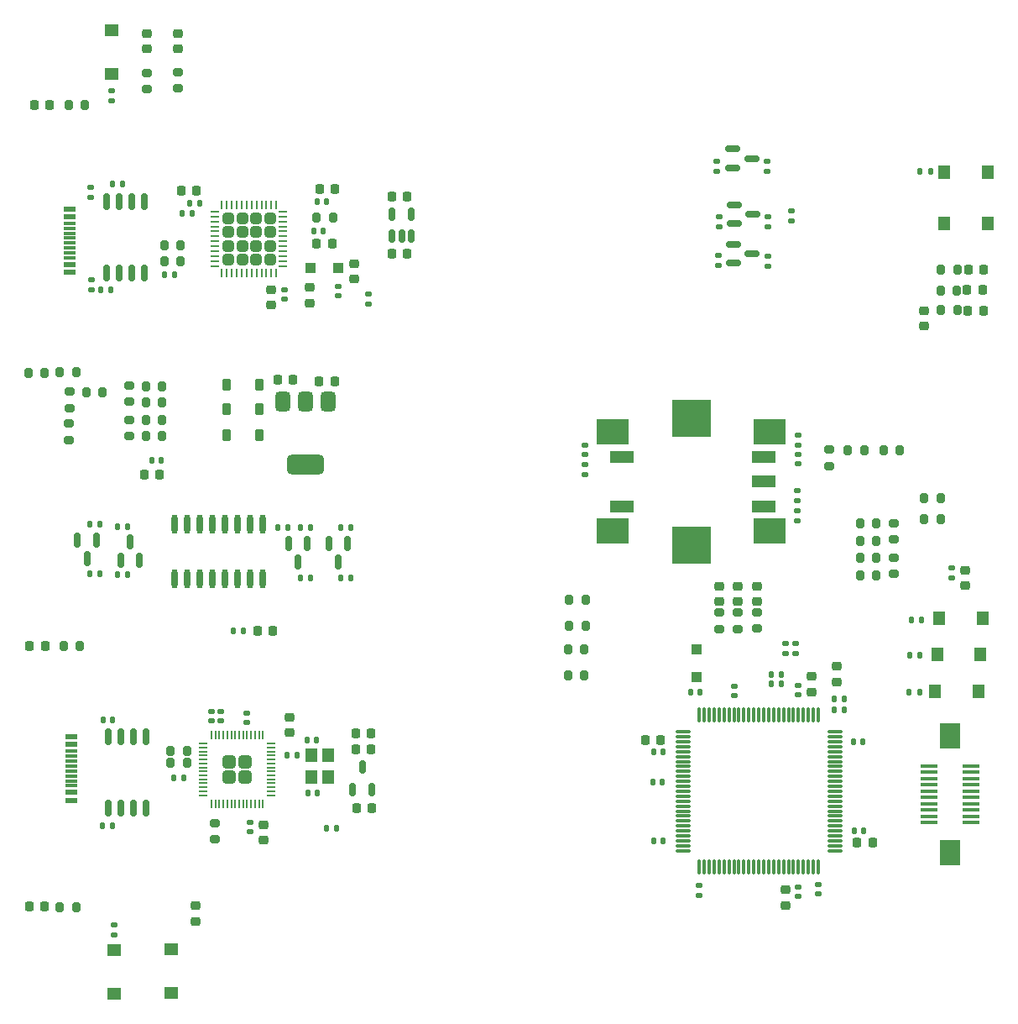
<source format=gbr>
%TF.GenerationSoftware,KiCad,Pcbnew,9.0.0*%
%TF.CreationDate,2025-06-09T15:05:36+02:00*%
%TF.ProjectId,stm32-fpga-bootloader,73746d33-322d-4667-9067-612d626f6f74,rev?*%
%TF.SameCoordinates,Original*%
%TF.FileFunction,Paste,Top*%
%TF.FilePolarity,Positive*%
%FSLAX46Y46*%
G04 Gerber Fmt 4.6, Leading zero omitted, Abs format (unit mm)*
G04 Created by KiCad (PCBNEW 9.0.0) date 2025-06-09 15:05:36*
%MOMM*%
%LPD*%
G01*
G04 APERTURE LIST*
G04 Aperture macros list*
%AMRoundRect*
0 Rectangle with rounded corners*
0 $1 Rounding radius*
0 $2 $3 $4 $5 $6 $7 $8 $9 X,Y pos of 4 corners*
0 Add a 4 corners polygon primitive as box body*
4,1,4,$2,$3,$4,$5,$6,$7,$8,$9,$2,$3,0*
0 Add four circle primitives for the rounded corners*
1,1,$1+$1,$2,$3*
1,1,$1+$1,$4,$5*
1,1,$1+$1,$6,$7*
1,1,$1+$1,$8,$9*
0 Add four rect primitives between the rounded corners*
20,1,$1+$1,$2,$3,$4,$5,0*
20,1,$1+$1,$4,$5,$6,$7,0*
20,1,$1+$1,$6,$7,$8,$9,0*
20,1,$1+$1,$8,$9,$2,$3,0*%
G04 Aperture macros list end*
%ADD10RoundRect,0.200000X0.275000X-0.200000X0.275000X0.200000X-0.275000X0.200000X-0.275000X-0.200000X0*%
%ADD11RoundRect,0.200000X-0.200000X-0.275000X0.200000X-0.275000X0.200000X0.275000X-0.200000X0.275000X0*%
%ADD12RoundRect,0.200000X0.200000X0.275000X-0.200000X0.275000X-0.200000X-0.275000X0.200000X-0.275000X0*%
%ADD13RoundRect,0.200000X-0.275000X0.200000X-0.275000X-0.200000X0.275000X-0.200000X0.275000X0.200000X0*%
%ADD14RoundRect,0.135000X-0.185000X0.135000X-0.185000X-0.135000X0.185000X-0.135000X0.185000X0.135000X0*%
%ADD15RoundRect,0.075000X-0.662500X-0.075000X0.662500X-0.075000X0.662500X0.075000X-0.662500X0.075000X0*%
%ADD16RoundRect,0.075000X-0.075000X-0.662500X0.075000X-0.662500X0.075000X0.662500X-0.075000X0.662500X0*%
%ADD17RoundRect,0.140000X0.170000X-0.140000X0.170000X0.140000X-0.170000X0.140000X-0.170000X-0.140000X0*%
%ADD18R,1.360000X1.230000*%
%ADD19RoundRect,0.135000X-0.135000X-0.185000X0.135000X-0.185000X0.135000X0.185000X-0.135000X0.185000X0*%
%ADD20RoundRect,0.250000X0.300000X-0.300000X0.300000X0.300000X-0.300000X0.300000X-0.300000X-0.300000X0*%
%ADD21R,1.230000X1.360000*%
%ADD22RoundRect,0.140000X-0.140000X-0.170000X0.140000X-0.170000X0.140000X0.170000X-0.140000X0.170000X0*%
%ADD23RoundRect,0.135000X0.135000X0.185000X-0.135000X0.185000X-0.135000X-0.185000X0.135000X-0.185000X0*%
%ADD24RoundRect,0.135000X0.185000X-0.135000X0.185000X0.135000X-0.185000X0.135000X-0.185000X-0.135000X0*%
%ADD25RoundRect,0.218750X-0.256250X0.218750X-0.256250X-0.218750X0.256250X-0.218750X0.256250X0.218750X0*%
%ADD26RoundRect,0.225000X-0.250000X0.225000X-0.250000X-0.225000X0.250000X-0.225000X0.250000X0.225000X0*%
%ADD27RoundRect,0.218750X0.218750X0.256250X-0.218750X0.256250X-0.218750X-0.256250X0.218750X-0.256250X0*%
%ADD28RoundRect,0.150000X-0.587500X-0.150000X0.587500X-0.150000X0.587500X0.150000X-0.587500X0.150000X0*%
%ADD29R,3.200000X2.500000*%
%ADD30R,4.000000X3.750000*%
%ADD31R,2.400000X1.300000*%
%ADD32RoundRect,0.140000X0.140000X0.170000X-0.140000X0.170000X-0.140000X-0.170000X0.140000X-0.170000X0*%
%ADD33RoundRect,0.225000X0.225000X0.250000X-0.225000X0.250000X-0.225000X-0.250000X0.225000X-0.250000X0*%
%ADD34RoundRect,0.140000X-0.170000X0.140000X-0.170000X-0.140000X0.170000X-0.140000X0.170000X0.140000X0*%
%ADD35RoundRect,0.150000X0.150000X-0.512500X0.150000X0.512500X-0.150000X0.512500X-0.150000X-0.512500X0*%
%ADD36RoundRect,0.218750X-0.218750X-0.256250X0.218750X-0.256250X0.218750X0.256250X-0.218750X0.256250X0*%
%ADD37RoundRect,0.225000X0.225000X0.375000X-0.225000X0.375000X-0.225000X-0.375000X0.225000X-0.375000X0*%
%ADD38RoundRect,0.250000X-0.300000X-0.300000X0.300000X-0.300000X0.300000X0.300000X-0.300000X0.300000X0*%
%ADD39RoundRect,0.225000X0.250000X-0.225000X0.250000X0.225000X-0.250000X0.225000X-0.250000X-0.225000X0*%
%ADD40RoundRect,0.249999X0.395001X-0.395001X0.395001X0.395001X-0.395001X0.395001X-0.395001X-0.395001X0*%
%ADD41RoundRect,0.050000X0.050000X-0.387500X0.050000X0.387500X-0.050000X0.387500X-0.050000X-0.387500X0*%
%ADD42RoundRect,0.050000X0.387500X-0.050000X0.387500X0.050000X-0.387500X0.050000X-0.387500X-0.050000X0*%
%ADD43R,1.240000X0.600000*%
%ADD44R,1.240000X0.300000*%
%ADD45RoundRect,0.225000X-0.225000X-0.250000X0.225000X-0.250000X0.225000X0.250000X-0.225000X0.250000X0*%
%ADD46R,1.200000X1.400000*%
%ADD47RoundRect,0.250000X-0.315000X-0.315000X0.315000X-0.315000X0.315000X0.315000X-0.315000X0.315000X0*%
%ADD48RoundRect,0.062500X-0.375000X-0.062500X0.375000X-0.062500X0.375000X0.062500X-0.375000X0.062500X0*%
%ADD49RoundRect,0.062500X-0.062500X-0.375000X0.062500X-0.375000X0.062500X0.375000X-0.062500X0.375000X0*%
%ADD50R,1.800000X0.350000*%
%ADD51R,2.000000X2.500000*%
%ADD52RoundRect,0.162500X0.162500X-0.650000X0.162500X0.650000X-0.162500X0.650000X-0.162500X-0.650000X0*%
%ADD53RoundRect,0.150000X-0.150000X0.587500X-0.150000X-0.587500X0.150000X-0.587500X0.150000X0.587500X0*%
%ADD54RoundRect,0.218750X0.256250X-0.218750X0.256250X0.218750X-0.256250X0.218750X-0.256250X-0.218750X0*%
%ADD55RoundRect,0.150000X0.150000X-0.587500X0.150000X0.587500X-0.150000X0.587500X-0.150000X-0.587500X0*%
%ADD56RoundRect,0.375000X-0.375000X0.625000X-0.375000X-0.625000X0.375000X-0.625000X0.375000X0.625000X0*%
%ADD57RoundRect,0.500000X-1.400000X0.500000X-1.400000X-0.500000X1.400000X-0.500000X1.400000X0.500000X0*%
%ADD58O,0.600000X1.970000*%
G04 APERTURE END LIST*
D10*
%TO.C,R86*%
X189105000Y-91800000D03*
X189105000Y-90150000D03*
%TD*%
D11*
%TO.C,R45*%
X144680000Y-50385000D03*
X146330000Y-50385000D03*
%TD*%
D10*
%TO.C,R41*%
X127605000Y-37410000D03*
X127605000Y-35760000D03*
%TD*%
%TO.C,R40*%
X130705000Y-37360000D03*
X130705000Y-35710000D03*
%TD*%
D12*
%TO.C,R39*%
X121330000Y-38985000D03*
X119680000Y-38985000D03*
%TD*%
D11*
%TO.C,R22*%
X129330000Y-54785000D03*
X130980000Y-54785000D03*
%TD*%
%TO.C,R21*%
X129330000Y-53185000D03*
X130980000Y-53185000D03*
%TD*%
D10*
%TO.C,R15*%
X185305000Y-91810000D03*
X185305000Y-90160000D03*
%TD*%
%TO.C,R14*%
X187205000Y-91810000D03*
X187205000Y-90160000D03*
%TD*%
D13*
%TO.C,R13*%
X134405000Y-111370000D03*
X134405000Y-113020000D03*
%TD*%
D11*
%TO.C,R11*%
X207680000Y-59705000D03*
X209330000Y-59705000D03*
%TD*%
%TO.C,R8*%
X207632500Y-57705000D03*
X209282500Y-57705000D03*
%TD*%
%TO.C,R7*%
X207692500Y-55585000D03*
X209342500Y-55585000D03*
%TD*%
D12*
%TO.C,R6*%
X120817500Y-93585000D03*
X119167500Y-93585000D03*
%TD*%
%TO.C,R5*%
X120427500Y-119885000D03*
X118777500Y-119885000D03*
%TD*%
D11*
%TO.C,R2*%
X129980000Y-105285000D03*
X131630000Y-105285000D03*
%TD*%
%TO.C,R1*%
X129980000Y-104085000D03*
X131630000Y-104085000D03*
%TD*%
D14*
%TO.C,R48*%
X185205000Y-54210000D03*
X185205000Y-55230000D03*
%TD*%
D15*
%TO.C,U9*%
X181642500Y-102185000D03*
X181642500Y-102685000D03*
X181642500Y-103185000D03*
X181642500Y-103685000D03*
X181642500Y-104185000D03*
X181642500Y-104685000D03*
X181642500Y-105185000D03*
X181642500Y-105685000D03*
X181642500Y-106185000D03*
X181642500Y-106685000D03*
X181642500Y-107185000D03*
X181642500Y-107685000D03*
X181642500Y-108185000D03*
X181642500Y-108685000D03*
X181642500Y-109185000D03*
X181642500Y-109685000D03*
X181642500Y-110185000D03*
X181642500Y-110685000D03*
X181642500Y-111185000D03*
X181642500Y-111685000D03*
X181642500Y-112185000D03*
X181642500Y-112685000D03*
X181642500Y-113185000D03*
X181642500Y-113685000D03*
X181642500Y-114185000D03*
D16*
X183305000Y-115847500D03*
X183805000Y-115847500D03*
X184305000Y-115847500D03*
X184805000Y-115847500D03*
X185305000Y-115847500D03*
X185805000Y-115847500D03*
X186305000Y-115847500D03*
X186805000Y-115847500D03*
X187305000Y-115847500D03*
X187805000Y-115847500D03*
X188305000Y-115847500D03*
X188805000Y-115847500D03*
X189305000Y-115847500D03*
X189805000Y-115847500D03*
X190305000Y-115847500D03*
X190805000Y-115847500D03*
X191305000Y-115847500D03*
X191805000Y-115847500D03*
X192305000Y-115847500D03*
X192805000Y-115847500D03*
X193305000Y-115847500D03*
X193805000Y-115847500D03*
X194305000Y-115847500D03*
X194805000Y-115847500D03*
X195305000Y-115847500D03*
D15*
X196967500Y-114185000D03*
X196967500Y-113685000D03*
X196967500Y-113185000D03*
X196967500Y-112685000D03*
X196967500Y-112185000D03*
X196967500Y-111685000D03*
X196967500Y-111185000D03*
X196967500Y-110685000D03*
X196967500Y-110185000D03*
X196967500Y-109685000D03*
X196967500Y-109185000D03*
X196967500Y-108685000D03*
X196967500Y-108185000D03*
X196967500Y-107685000D03*
X196967500Y-107185000D03*
X196967500Y-106685000D03*
X196967500Y-106185000D03*
X196967500Y-105685000D03*
X196967500Y-105185000D03*
X196967500Y-104685000D03*
X196967500Y-104185000D03*
X196967500Y-103685000D03*
X196967500Y-103185000D03*
X196967500Y-102685000D03*
X196967500Y-102185000D03*
D16*
X195305000Y-100522500D03*
X194805000Y-100522500D03*
X194305000Y-100522500D03*
X193805000Y-100522500D03*
X193305000Y-100522500D03*
X192805000Y-100522500D03*
X192305000Y-100522500D03*
X191805000Y-100522500D03*
X191305000Y-100522500D03*
X190805000Y-100522500D03*
X190305000Y-100522500D03*
X189805000Y-100522500D03*
X189305000Y-100522500D03*
X188805000Y-100522500D03*
X188305000Y-100522500D03*
X187805000Y-100522500D03*
X187305000Y-100522500D03*
X186805000Y-100522500D03*
X186305000Y-100522500D03*
X185805000Y-100522500D03*
X185305000Y-100522500D03*
X184805000Y-100522500D03*
X184305000Y-100522500D03*
X183805000Y-100522500D03*
X183305000Y-100522500D03*
%TD*%
D17*
%TO.C,C46*%
X135055000Y-101065000D03*
X135055000Y-100105000D03*
%TD*%
D18*
%TO.C,SW1*%
X130005000Y-124100000D03*
X130005000Y-128470000D03*
%TD*%
D19*
%TO.C,R20*%
X129345000Y-56085000D03*
X130365000Y-56085000D03*
%TD*%
D20*
%TO.C,D10*%
X183005000Y-96685000D03*
X183005000Y-93885000D03*
%TD*%
D21*
%TO.C,SW6*%
X211890000Y-90785000D03*
X207520000Y-90785000D03*
%TD*%
D22*
%TO.C,C23*%
X144725000Y-48785000D03*
X145685000Y-48785000D03*
%TD*%
D23*
%TO.C,R53*%
X197915000Y-99985000D03*
X196895000Y-99985000D03*
%TD*%
D10*
%TO.C,R25*%
X196405000Y-75410000D03*
X196405000Y-73760000D03*
%TD*%
D24*
%TO.C,R49*%
X190105000Y-45695000D03*
X190105000Y-44675000D03*
%TD*%
D14*
%TO.C,R55*%
X193005000Y-93275000D03*
X193005000Y-94295000D03*
%TD*%
D25*
%TO.C,D14*%
X185305000Y-87497500D03*
X185305000Y-89072500D03*
%TD*%
D26*
%TO.C,C31*%
X144005000Y-57410000D03*
X144005000Y-58960000D03*
%TD*%
D11*
%TO.C,R27*%
X205980000Y-80765000D03*
X207630000Y-80765000D03*
%TD*%
D27*
%TO.C,D1*%
X212005000Y-55585000D03*
X210430000Y-55585000D03*
%TD*%
D12*
%TO.C,R24*%
X199930000Y-73785000D03*
X198280000Y-73785000D03*
%TD*%
D14*
%TO.C,R42*%
X121930000Y-47320000D03*
X121930000Y-48340000D03*
%TD*%
D24*
%TO.C,R52*%
X192635000Y-50695000D03*
X192635000Y-49675000D03*
%TD*%
D28*
%TO.C,Q2*%
X186835000Y-49065000D03*
X186835000Y-50965000D03*
X188710000Y-50015000D03*
%TD*%
D17*
%TO.C,C17*%
X171805000Y-74265000D03*
X171805000Y-73305000D03*
%TD*%
D14*
%TO.C,R28*%
X193305000Y-72265000D03*
X193305000Y-73285000D03*
%TD*%
D17*
%TO.C,C43*%
X195305000Y-118545000D03*
X195305000Y-117585000D03*
%TD*%
D12*
%TO.C,R83*%
X129130000Y-72385000D03*
X127480000Y-72385000D03*
%TD*%
D27*
%TO.C,D3*%
X211992500Y-59785000D03*
X210417500Y-59785000D03*
%TD*%
D11*
%TO.C,R26*%
X205980000Y-78665000D03*
X207630000Y-78665000D03*
%TD*%
D25*
%TO.C,D13*%
X187205000Y-87510000D03*
X187205000Y-89085000D03*
%TD*%
D29*
%TO.C,R32*%
X190405000Y-81985000D03*
X190405000Y-71985000D03*
D30*
X182505000Y-70610000D03*
D29*
X174605000Y-71985000D03*
X174605000Y-81985000D03*
D30*
X182505000Y-83360000D03*
D31*
X189805000Y-79485000D03*
X189805000Y-74485000D03*
X189805000Y-76985000D03*
X175505000Y-79485000D03*
X175505000Y-74485000D03*
%TD*%
D32*
%TO.C,C39*%
X179685000Y-113185000D03*
X178725000Y-113185000D03*
%TD*%
D26*
%TO.C,C18*%
X140105000Y-57660000D03*
X140105000Y-59210000D03*
%TD*%
D24*
%TO.C,R51*%
X190205000Y-55295000D03*
X190205000Y-54275000D03*
%TD*%
D23*
%TO.C,R4*%
X142715000Y-104585000D03*
X141695000Y-104585000D03*
%TD*%
D21*
%TO.C,SW4*%
X212390000Y-50985000D03*
X208020000Y-50985000D03*
%TD*%
D11*
%TO.C,R62*%
X170070000Y-96515000D03*
X171720000Y-96515000D03*
%TD*%
D33*
%TO.C,C3*%
X150205000Y-102385000D03*
X148655000Y-102385000D03*
%TD*%
D34*
%TO.C,C38*%
X183305000Y-117705000D03*
X183305000Y-118665000D03*
%TD*%
D27*
%TO.C,FB1*%
X200792500Y-113385000D03*
X199217500Y-113385000D03*
%TD*%
D10*
%TO.C,R75*%
X119805000Y-69560000D03*
X119805000Y-67910000D03*
%TD*%
%TO.C,R30*%
X202905000Y-82790000D03*
X202905000Y-81140000D03*
%TD*%
D35*
%TO.C,U1001*%
X148355000Y-108022500D03*
X150255000Y-108022500D03*
X149305000Y-105747500D03*
%TD*%
D34*
%TO.C,C13*%
X193305000Y-74205000D03*
X193305000Y-75165000D03*
%TD*%
D19*
%TO.C,R3*%
X123095000Y-111685000D03*
X124115000Y-111685000D03*
%TD*%
D34*
%TO.C,C20*%
X141455000Y-57605000D03*
X141455000Y-58565000D03*
%TD*%
D23*
%TO.C,R65*%
X122845000Y-86285000D03*
X121825000Y-86285000D03*
%TD*%
D25*
%TO.C,D7*%
X127605000Y-31797500D03*
X127605000Y-33372500D03*
%TD*%
%TO.C,FB2*%
X194605000Y-96610000D03*
X194605000Y-98185000D03*
%TD*%
D34*
%TO.C,C15*%
X208805000Y-85685000D03*
X208805000Y-86645000D03*
%TD*%
D10*
%TO.C,R79*%
X125805000Y-72385000D03*
X125805000Y-70735000D03*
%TD*%
D34*
%TO.C,C8*%
X138005000Y-111305000D03*
X138005000Y-112265000D03*
%TD*%
D17*
%TO.C,C44*%
X137692500Y-101285000D03*
X137692500Y-100325000D03*
%TD*%
D36*
%TO.C,FB4*%
X177830000Y-102985000D03*
X179405000Y-102985000D03*
%TD*%
D37*
%TO.C,D1004*%
X138955000Y-69685000D03*
X135655000Y-69685000D03*
%TD*%
D38*
%TO.C,D8*%
X144105000Y-55485000D03*
X146905000Y-55485000D03*
%TD*%
D39*
%TO.C,C32*%
X206005000Y-61285000D03*
X206005000Y-59735000D03*
%TD*%
D23*
%TO.C,R71*%
X148145000Y-86685000D03*
X147125000Y-86685000D03*
%TD*%
D33*
%TO.C,C49*%
X128880000Y-76285000D03*
X127330000Y-76285000D03*
%TD*%
D32*
%TO.C,C5*%
X144765000Y-108385000D03*
X143805000Y-108385000D03*
%TD*%
D23*
%TO.C,R63*%
X137305000Y-91985000D03*
X136285000Y-91985000D03*
%TD*%
D14*
%TO.C,R46*%
X185105000Y-44665000D03*
X185105000Y-45685000D03*
%TD*%
D34*
%TO.C,C40*%
X193305000Y-117825000D03*
X193305000Y-118785000D03*
%TD*%
D11*
%TO.C,R60*%
X170180000Y-91485000D03*
X171830000Y-91485000D03*
%TD*%
D40*
%TO.C,U10*%
X135892500Y-106785000D03*
X137492500Y-106785000D03*
X135892500Y-105185000D03*
X137492500Y-105185000D03*
D41*
X134092500Y-109422500D03*
X134492500Y-109422500D03*
X134892500Y-109422500D03*
X135292500Y-109422500D03*
X135692500Y-109422500D03*
X136092500Y-109422500D03*
X136492500Y-109422500D03*
X136892500Y-109422500D03*
X137292500Y-109422500D03*
X137692500Y-109422500D03*
X138092500Y-109422500D03*
X138492500Y-109422500D03*
X138892500Y-109422500D03*
X139292500Y-109422500D03*
D42*
X140130000Y-108585000D03*
X140130000Y-108185000D03*
X140130000Y-107785000D03*
X140130000Y-107385000D03*
X140130000Y-106985000D03*
X140130000Y-106585000D03*
X140130000Y-106185000D03*
X140130000Y-105785000D03*
X140130000Y-105385000D03*
X140130000Y-104985000D03*
X140130000Y-104585000D03*
X140130000Y-104185000D03*
X140130000Y-103785000D03*
X140130000Y-103385000D03*
D41*
X139292500Y-102547500D03*
X138892500Y-102547500D03*
X138492500Y-102547500D03*
X138092500Y-102547500D03*
X137692500Y-102547500D03*
X137292500Y-102547500D03*
X136892500Y-102547500D03*
X136492500Y-102547500D03*
X136092500Y-102547500D03*
X135692500Y-102547500D03*
X135292500Y-102547500D03*
X134892500Y-102547500D03*
X134492500Y-102547500D03*
X134092500Y-102547500D03*
D42*
X133255000Y-103385000D03*
X133255000Y-103785000D03*
X133255000Y-104185000D03*
X133255000Y-104585000D03*
X133255000Y-104985000D03*
X133255000Y-105385000D03*
X133255000Y-105785000D03*
X133255000Y-106185000D03*
X133255000Y-106585000D03*
X133255000Y-106985000D03*
X133255000Y-107385000D03*
X133255000Y-107785000D03*
X133255000Y-108185000D03*
X133255000Y-108585000D03*
%TD*%
D43*
%TO.C,J1*%
X119982500Y-102685000D03*
X119982500Y-103485000D03*
D44*
X119982500Y-104635000D03*
X119982500Y-105635000D03*
X119982500Y-106135000D03*
X119982500Y-107135000D03*
D43*
X119982500Y-108285000D03*
X119982500Y-109085000D03*
X119982500Y-109085000D03*
X119982500Y-108285000D03*
D44*
X119982500Y-107635000D03*
X119982500Y-106635000D03*
X119982500Y-105135000D03*
X119982500Y-104135000D03*
D43*
X119982500Y-103485000D03*
X119982500Y-102685000D03*
%TD*%
%TO.C,J8*%
X119795000Y-49485000D03*
X119795000Y-50285000D03*
D44*
X119795000Y-51435000D03*
X119795000Y-52435000D03*
X119795000Y-52935000D03*
X119795000Y-53935000D03*
D43*
X119795000Y-55085000D03*
X119795000Y-55885000D03*
X119795000Y-55885000D03*
X119795000Y-55085000D03*
D44*
X119795000Y-54435000D03*
X119795000Y-53435000D03*
X119795000Y-51935000D03*
X119795000Y-50935000D03*
D43*
X119795000Y-50285000D03*
X119795000Y-49485000D03*
%TD*%
D11*
%TO.C,R76*%
X121480000Y-67935000D03*
X123130000Y-67935000D03*
%TD*%
D33*
%TO.C,C1*%
X150180000Y-103985000D03*
X148630000Y-103985000D03*
%TD*%
D26*
%TO.C,C7*%
X139305000Y-111585000D03*
X139305000Y-113135000D03*
%TD*%
D19*
%TO.C,R57*%
X190595000Y-96385000D03*
X191615000Y-96385000D03*
%TD*%
D45*
%TO.C,C22*%
X145030000Y-47485000D03*
X146580000Y-47485000D03*
%TD*%
D28*
%TO.C,Q1*%
X186705000Y-43460000D03*
X186705000Y-45360000D03*
X188580000Y-44410000D03*
%TD*%
D46*
%TO.C,Y1*%
X145905000Y-106785000D03*
X145905000Y-104585000D03*
X144205000Y-104585000D03*
X144205000Y-106785000D03*
%TD*%
D12*
%TO.C,R23*%
X203530000Y-73785000D03*
X201880000Y-73785000D03*
%TD*%
D11*
%TO.C,R36*%
X199505000Y-86440000D03*
X201155000Y-86440000D03*
%TD*%
D19*
%TO.C,R18*%
X204495000Y-98185000D03*
X205515000Y-98185000D03*
%TD*%
D22*
%TO.C,C6*%
X143725000Y-102985000D03*
X144685000Y-102985000D03*
%TD*%
D21*
%TO.C,SW7*%
X211690000Y-94385000D03*
X207320000Y-94385000D03*
%TD*%
D23*
%TO.C,R64*%
X122845000Y-81285000D03*
X121825000Y-81285000D03*
%TD*%
D24*
%TO.C,R29*%
X193205000Y-80895000D03*
X193205000Y-79875000D03*
%TD*%
D33*
%TO.C,C4*%
X150280000Y-109885000D03*
X148730000Y-109885000D03*
%TD*%
D37*
%TO.C,D1005*%
X138955000Y-72285000D03*
X135655000Y-72285000D03*
%TD*%
D26*
%TO.C,C25*%
X148505000Y-55010000D03*
X148505000Y-56560000D03*
%TD*%
D24*
%TO.C,R9*%
X124005000Y-38585000D03*
X124005000Y-37565000D03*
%TD*%
D45*
%TO.C,C26*%
X152305000Y-53985000D03*
X153855000Y-53985000D03*
%TD*%
D36*
%TO.C,D4*%
X115705000Y-119785000D03*
X117280000Y-119785000D03*
%TD*%
D47*
%TO.C,U5*%
X135790000Y-50407500D03*
X135790000Y-51807500D03*
X135790000Y-53207500D03*
X135790000Y-54607500D03*
X137190000Y-50407500D03*
X137190000Y-51807500D03*
X137190000Y-53207500D03*
X137190000Y-54607500D03*
X138590000Y-50407500D03*
X138590000Y-51807500D03*
X138590000Y-53207500D03*
X138590000Y-54607500D03*
X139990000Y-50407500D03*
X139990000Y-51807500D03*
X139990000Y-53207500D03*
X139990000Y-54607500D03*
D48*
X134452500Y-49757500D03*
X134452500Y-50257500D03*
X134452500Y-50757500D03*
X134452500Y-51257500D03*
X134452500Y-51757500D03*
X134452500Y-52257500D03*
X134452500Y-52757500D03*
X134452500Y-53257500D03*
X134452500Y-53757500D03*
X134452500Y-54257500D03*
X134452500Y-54757500D03*
X134452500Y-55257500D03*
D49*
X135140000Y-55945000D03*
X135640000Y-55945000D03*
X136140000Y-55945000D03*
X136640000Y-55945000D03*
X137140000Y-55945000D03*
X137640000Y-55945000D03*
X138140000Y-55945000D03*
X138640000Y-55945000D03*
X139140000Y-55945000D03*
X139640000Y-55945000D03*
X140140000Y-55945000D03*
X140640000Y-55945000D03*
D48*
X141327500Y-55257500D03*
X141327500Y-54757500D03*
X141327500Y-54257500D03*
X141327500Y-53757500D03*
X141327500Y-53257500D03*
X141327500Y-52757500D03*
X141327500Y-52257500D03*
X141327500Y-51757500D03*
X141327500Y-51257500D03*
X141327500Y-50757500D03*
X141327500Y-50257500D03*
X141327500Y-49757500D03*
D49*
X140640000Y-49070000D03*
X140140000Y-49070000D03*
X139640000Y-49070000D03*
X139140000Y-49070000D03*
X138640000Y-49070000D03*
X138140000Y-49070000D03*
X137640000Y-49070000D03*
X137140000Y-49070000D03*
X136640000Y-49070000D03*
X136140000Y-49070000D03*
X135640000Y-49070000D03*
X135140000Y-49070000D03*
%TD*%
D19*
%TO.C,R43*%
X122950000Y-57632500D03*
X123970000Y-57632500D03*
%TD*%
D50*
%TO.C,J7*%
X210705001Y-105627500D03*
X206505002Y-105627500D03*
X210705001Y-106262500D03*
X206505002Y-106262500D03*
X210705001Y-106897500D03*
X206505002Y-106897500D03*
X210705001Y-107532500D03*
X206505002Y-107532500D03*
X210705001Y-108167500D03*
X206505002Y-108167500D03*
X210705001Y-108802500D03*
X206505002Y-108802500D03*
X210705001Y-109437500D03*
X206505002Y-109437500D03*
X210705001Y-110072500D03*
X206505002Y-110072500D03*
X210705001Y-110707500D03*
X206505002Y-110707500D03*
X210705001Y-111342500D03*
X206505002Y-111342500D03*
D51*
X208605000Y-102575008D03*
X208605000Y-114394992D03*
%TD*%
D13*
%TO.C,R77*%
X119705000Y-71135000D03*
X119705000Y-72785000D03*
%TD*%
D32*
%TO.C,C21*%
X132885000Y-48885000D03*
X131925000Y-48885000D03*
%TD*%
D45*
%TO.C,C30*%
X152300000Y-48257500D03*
X153850000Y-48257500D03*
%TD*%
D11*
%TO.C,R33*%
X199505000Y-81140000D03*
X201155000Y-81140000D03*
%TD*%
D25*
%TO.C,D6*%
X130705000Y-31797500D03*
X130705000Y-33372500D03*
%TD*%
D36*
%TO.C,D5*%
X116217500Y-38985000D03*
X117792500Y-38985000D03*
%TD*%
D10*
%TO.C,R31*%
X202905000Y-86290000D03*
X202905000Y-84640000D03*
%TD*%
D28*
%TO.C,Q3*%
X186730000Y-53035000D03*
X186730000Y-54935000D03*
X188605000Y-53985000D03*
%TD*%
D12*
%TO.C,R80*%
X129130000Y-68985000D03*
X127480000Y-68985000D03*
%TD*%
D21*
%TO.C,SW3*%
X212390000Y-45785000D03*
X208020000Y-45785000D03*
%TD*%
D12*
%TO.C,R82*%
X129130000Y-70785000D03*
X127480000Y-70785000D03*
%TD*%
D52*
%TO.C,U2*%
X123687500Y-109872500D03*
X124957500Y-109872500D03*
X126227500Y-109872500D03*
X127497500Y-109872500D03*
X127497500Y-102697500D03*
X126227500Y-102697500D03*
X124957500Y-102697500D03*
X123687500Y-102697500D03*
%TD*%
D23*
%TO.C,R69*%
X125605000Y-81547500D03*
X124585000Y-81547500D03*
%TD*%
D27*
%TO.C,D2*%
X211892500Y-57685000D03*
X210317500Y-57685000D03*
%TD*%
D23*
%TO.C,R67*%
X144095000Y-81585000D03*
X143075000Y-81585000D03*
%TD*%
D33*
%TO.C,C47*%
X140280000Y-91985000D03*
X138730000Y-91985000D03*
%TD*%
D21*
%TO.C,SW8*%
X211490000Y-98085000D03*
X207120000Y-98085000D03*
%TD*%
D32*
%TO.C,C48*%
X129005000Y-74835000D03*
X128045000Y-74835000D03*
%TD*%
D22*
%TO.C,C35*%
X198845000Y-103185000D03*
X199805000Y-103185000D03*
%TD*%
D25*
%TO.C,D15*%
X189105000Y-87510000D03*
X189105000Y-89085000D03*
%TD*%
D19*
%TO.C,R17*%
X204505000Y-94485000D03*
X205525000Y-94485000D03*
%TD*%
%TO.C,R68*%
X124575000Y-86347500D03*
X125595000Y-86347500D03*
%TD*%
D53*
%TO.C,Q7*%
X147845000Y-83185000D03*
X145945000Y-83185000D03*
X146895000Y-85060000D03*
%TD*%
%TO.C,Q5*%
X143785000Y-83210000D03*
X141885000Y-83210000D03*
X142835000Y-85085000D03*
%TD*%
D36*
%TO.C,D11*%
X115717500Y-93585000D03*
X117292500Y-93585000D03*
%TD*%
D32*
%TO.C,C24*%
X125085000Y-46985000D03*
X124125000Y-46985000D03*
%TD*%
D13*
%TO.C,R78*%
X125805000Y-67285000D03*
X125805000Y-68935000D03*
%TD*%
D45*
%TO.C,C51*%
X140755000Y-66735000D03*
X142305000Y-66735000D03*
%TD*%
D53*
%TO.C,Q4*%
X122485000Y-82847500D03*
X120585000Y-82847500D03*
X121535000Y-84722500D03*
%TD*%
D11*
%TO.C,R35*%
X199505000Y-84640000D03*
X201155000Y-84640000D03*
%TD*%
D19*
%TO.C,R16*%
X204695000Y-90885000D03*
X205715000Y-90885000D03*
%TD*%
D14*
%TO.C,R47*%
X185305000Y-50255000D03*
X185305000Y-51275000D03*
%TD*%
D54*
%TO.C,FB3*%
X192005000Y-119672500D03*
X192005000Y-118097500D03*
%TD*%
D55*
%TO.C,Q6*%
X124935000Y-84885000D03*
X126835000Y-84885000D03*
X125885000Y-83010000D03*
%TD*%
D35*
%TO.C,U7*%
X152335000Y-52262500D03*
X153285000Y-52262500D03*
X154235000Y-52262500D03*
X154235000Y-49987500D03*
X152335000Y-49987500D03*
%TD*%
D17*
%TO.C,C14*%
X193205000Y-78865000D03*
X193205000Y-77905000D03*
%TD*%
%TO.C,C34*%
X193305000Y-98465000D03*
X193305000Y-97505000D03*
%TD*%
D32*
%TO.C,C2*%
X124105000Y-100985000D03*
X123145000Y-100985000D03*
%TD*%
D56*
%TO.C,U1*%
X145905000Y-68935000D03*
X143605000Y-68935000D03*
D57*
X143605000Y-75235000D03*
D56*
X141305000Y-68935000D03*
%TD*%
D34*
%TO.C,C27*%
X146905000Y-57305000D03*
X146905000Y-58265000D03*
%TD*%
D22*
%TO.C,C28*%
X144425000Y-51685000D03*
X145385000Y-51685000D03*
%TD*%
D52*
%TO.C,U6*%
X123550000Y-55922500D03*
X124820000Y-55922500D03*
X126090000Y-55922500D03*
X127360000Y-55922500D03*
X127360000Y-48747500D03*
X126090000Y-48747500D03*
X124820000Y-48747500D03*
X123550000Y-48747500D03*
%TD*%
D32*
%TO.C,C9*%
X131285000Y-106825000D03*
X130325000Y-106825000D03*
%TD*%
%TO.C,C42*%
X179585000Y-107285000D03*
X178625000Y-107285000D03*
%TD*%
D24*
%TO.C,R37*%
X171805000Y-76295000D03*
X171805000Y-75275000D03*
%TD*%
D23*
%TO.C,R70*%
X148115000Y-81585000D03*
X147095000Y-81585000D03*
%TD*%
D33*
%TO.C,C19*%
X132580000Y-47685000D03*
X131030000Y-47685000D03*
%TD*%
D23*
%TO.C,R72*%
X141815000Y-81585000D03*
X140795000Y-81585000D03*
%TD*%
D19*
%TO.C,R56*%
X190595000Y-97385000D03*
X191615000Y-97385000D03*
%TD*%
D22*
%TO.C,C33*%
X198925000Y-112185000D03*
X199885000Y-112185000D03*
%TD*%
D12*
%TO.C,R81*%
X129130000Y-67385000D03*
X127480000Y-67385000D03*
%TD*%
D11*
%TO.C,R74*%
X118780000Y-65935000D03*
X120430000Y-65935000D03*
%TD*%
D14*
%TO.C,R54*%
X192005000Y-93275000D03*
X192005000Y-94295000D03*
%TD*%
D19*
%TO.C,R19*%
X205595000Y-45685000D03*
X206615000Y-45685000D03*
%TD*%
D11*
%TO.C,R73*%
X115605000Y-65985000D03*
X117255000Y-65985000D03*
%TD*%
D54*
%TO.C,D12*%
X132505000Y-121272500D03*
X132505000Y-119697500D03*
%TD*%
D24*
%TO.C,R10*%
X149905000Y-59105000D03*
X149905000Y-58085000D03*
%TD*%
%TO.C,R50*%
X190205000Y-51285000D03*
X190205000Y-50265000D03*
%TD*%
D11*
%TO.C,R59*%
X170180000Y-88915000D03*
X171830000Y-88915000D03*
%TD*%
D58*
%TO.C,U11*%
X130355000Y-86777500D03*
X131635000Y-86777500D03*
X132895000Y-86777500D03*
X134165000Y-86777500D03*
X135445000Y-86777500D03*
X136715000Y-86777500D03*
X137975000Y-86777500D03*
X139255000Y-86777500D03*
X139255000Y-81297500D03*
X137975000Y-81297500D03*
X136715000Y-81297500D03*
X135445000Y-81297500D03*
X134165000Y-81297500D03*
X132895000Y-81297500D03*
X131635000Y-81297500D03*
X130355000Y-81297500D03*
%TD*%
D17*
%TO.C,C36*%
X186805000Y-98565000D03*
X186805000Y-97605000D03*
%TD*%
D18*
%TO.C,SW2*%
X124005000Y-31500000D03*
X124005000Y-35870000D03*
%TD*%
D23*
%TO.C,R58*%
X197925000Y-98885000D03*
X196905000Y-98885000D03*
%TD*%
D25*
%TO.C,D9*%
X197205000Y-95597500D03*
X197205000Y-97172500D03*
%TD*%
D22*
%TO.C,C37*%
X182425000Y-98185000D03*
X183385000Y-98185000D03*
%TD*%
D24*
%TO.C,R44*%
X121960000Y-57642500D03*
X121960000Y-56622500D03*
%TD*%
D23*
%TO.C,R66*%
X144115000Y-86685000D03*
X143095000Y-86685000D03*
%TD*%
D26*
%TO.C,C16*%
X210105000Y-85890000D03*
X210105000Y-87440000D03*
%TD*%
D11*
%TO.C,R61*%
X170070000Y-93915000D03*
X171720000Y-93915000D03*
%TD*%
D37*
%TO.C,D1003*%
X138955000Y-67185000D03*
X135655000Y-67185000D03*
%TD*%
D18*
%TO.C,SW5*%
X124305000Y-128570000D03*
X124305000Y-124200000D03*
%TD*%
D11*
%TO.C,R34*%
X199505000Y-82940000D03*
X201155000Y-82940000D03*
%TD*%
D17*
%TO.C,C45*%
X134055000Y-101065000D03*
X134055000Y-100105000D03*
%TD*%
D45*
%TO.C,C50*%
X144955000Y-66835000D03*
X146505000Y-66835000D03*
%TD*%
D32*
%TO.C,C41*%
X179685000Y-104185000D03*
X178725000Y-104185000D03*
%TD*%
D39*
%TO.C,C10*%
X142005000Y-102285000D03*
X142005000Y-100735000D03*
%TD*%
D24*
%TO.C,R12*%
X124305000Y-122695000D03*
X124305000Y-121675000D03*
%TD*%
D19*
%TO.C,R38*%
X131145000Y-49935000D03*
X132165000Y-49935000D03*
%TD*%
D45*
%TO.C,C29*%
X144705000Y-52985000D03*
X146255000Y-52985000D03*
%TD*%
D23*
%TO.C,R87*%
X146705000Y-111885000D03*
X145685000Y-111885000D03*
%TD*%
M02*

</source>
